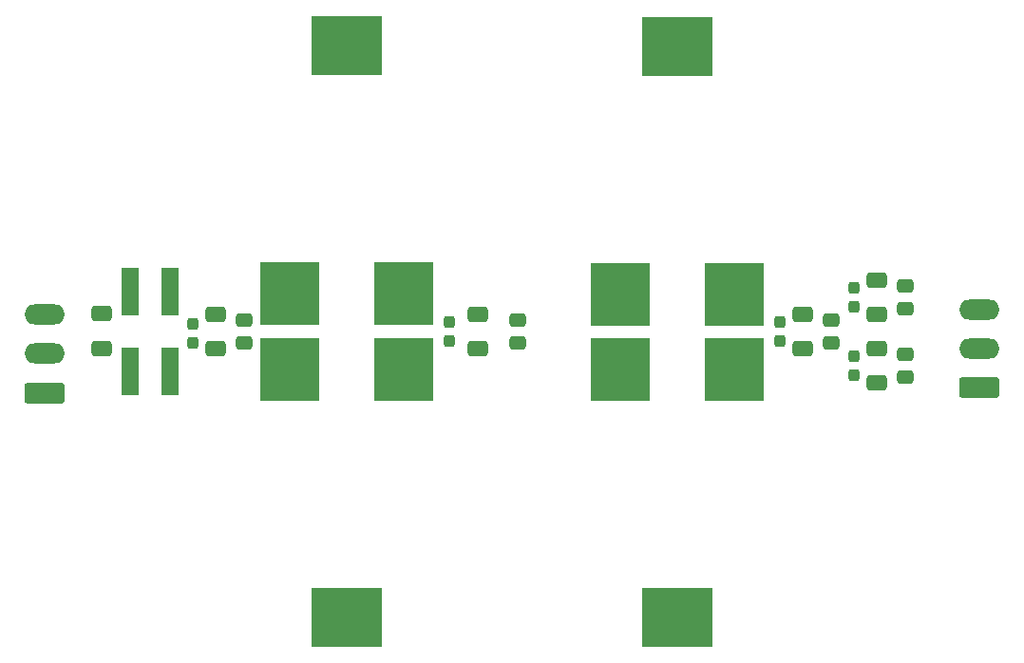
<source format=gts>
%TF.GenerationSoftware,KiCad,Pcbnew,7.0.9*%
%TF.CreationDate,2024-02-01T15:21:56-05:00*%
%TF.ProjectId,power_filter,706f7765-725f-4666-996c-7465722e6b69,rev?*%
%TF.SameCoordinates,Original*%
%TF.FileFunction,Soldermask,Top*%
%TF.FilePolarity,Negative*%
%FSLAX46Y46*%
G04 Gerber Fmt 4.6, Leading zero omitted, Abs format (unit mm)*
G04 Created by KiCad (PCBNEW 7.0.9) date 2024-02-01 15:21:56*
%MOMM*%
%LPD*%
G01*
G04 APERTURE LIST*
G04 Aperture macros list*
%AMRoundRect*
0 Rectangle with rounded corners*
0 $1 Rounding radius*
0 $2 $3 $4 $5 $6 $7 $8 $9 X,Y pos of 4 corners*
0 Add a 4 corners polygon primitive as box body*
4,1,4,$2,$3,$4,$5,$6,$7,$8,$9,$2,$3,0*
0 Add four circle primitives for the rounded corners*
1,1,$1+$1,$2,$3*
1,1,$1+$1,$4,$5*
1,1,$1+$1,$6,$7*
1,1,$1+$1,$8,$9*
0 Add four rect primitives between the rounded corners*
20,1,$1+$1,$2,$3,$4,$5,0*
20,1,$1+$1,$4,$5,$6,$7,0*
20,1,$1+$1,$6,$7,$8,$9,0*
20,1,$1+$1,$8,$9,$2,$3,0*%
G04 Aperture macros list end*
%ADD10R,6.360000X5.280000*%
%ADD11R,5.330000X5.590000*%
%ADD12RoundRect,0.250000X-0.475000X0.337500X-0.475000X-0.337500X0.475000X-0.337500X0.475000X0.337500X0*%
%ADD13R,1.500000X4.200000*%
%ADD14RoundRect,0.237500X-0.237500X0.300000X-0.237500X-0.300000X0.237500X-0.300000X0.237500X0.300000X0*%
%ADD15RoundRect,0.250000X-0.650000X0.412500X-0.650000X-0.412500X0.650000X-0.412500X0.650000X0.412500X0*%
%ADD16RoundRect,0.250000X1.550000X-0.650000X1.550000X0.650000X-1.550000X0.650000X-1.550000X-0.650000X0*%
%ADD17O,3.600000X1.800000*%
%ADD18RoundRect,0.250000X0.650000X-0.412500X0.650000X0.412500X-0.650000X0.412500X-0.650000X-0.412500X0*%
%ADD19RoundRect,0.237500X0.237500X-0.300000X0.237500X0.300000X-0.237500X0.300000X-0.237500X-0.300000X0*%
%ADD20RoundRect,0.250000X0.475000X-0.337500X0.475000X0.337500X-0.475000X0.337500X-0.475000X-0.337500X0*%
G04 APERTURE END LIST*
D10*
%TO.C,L4*%
X131572000Y-127608000D03*
D11*
X136647000Y-105533000D03*
X126497000Y-105533000D03*
%TD*%
D10*
%TO.C,L6*%
X161036000Y-127608000D03*
D11*
X166111000Y-105533000D03*
X155961000Y-105533000D03*
%TD*%
D12*
%TO.C,C16*%
X181356000Y-104118500D03*
X181356000Y-106193500D03*
%TD*%
D13*
%TO.C,L1*%
X112268000Y-98552000D03*
X115868000Y-98552000D03*
%TD*%
D12*
%TO.C,C4*%
X122428000Y-101070500D03*
X122428000Y-103145500D03*
%TD*%
D10*
%TO.C,L5*%
X161036000Y-76708000D03*
D11*
X155961000Y-98783000D03*
X166111000Y-98783000D03*
%TD*%
D14*
%TO.C,C14*%
X176784000Y-104293500D03*
X176784000Y-106018500D03*
%TD*%
D12*
%TO.C,C7*%
X146812000Y-101070500D03*
X146812000Y-103145500D03*
%TD*%
D14*
%TO.C,C8*%
X170180000Y-101245500D03*
X170180000Y-102970500D03*
%TD*%
D15*
%TO.C,C3*%
X119888000Y-100545500D03*
X119888000Y-103670500D03*
%TD*%
D16*
%TO.C,J2*%
X187960000Y-107132000D03*
D17*
X187960000Y-103632000D03*
X187960000Y-100132000D03*
%TD*%
D15*
%TO.C,C6*%
X143256000Y-100545500D03*
X143256000Y-103670500D03*
%TD*%
%TO.C,C1*%
X109728000Y-100507000D03*
X109728000Y-103632000D03*
%TD*%
D18*
%TO.C,C12*%
X178816000Y-100622500D03*
X178816000Y-97497500D03*
%TD*%
D15*
%TO.C,C15*%
X178816000Y-103593500D03*
X178816000Y-106718500D03*
%TD*%
D13*
%TO.C,L2*%
X115868000Y-105664000D03*
X112268000Y-105664000D03*
%TD*%
D16*
%TO.C,J1*%
X104648000Y-107584000D03*
D17*
X104648000Y-104084000D03*
X104648000Y-100584000D03*
%TD*%
D12*
%TO.C,C10*%
X174752000Y-101070500D03*
X174752000Y-103145500D03*
%TD*%
D15*
%TO.C,C9*%
X172212000Y-100545500D03*
X172212000Y-103670500D03*
%TD*%
D14*
%TO.C,C5*%
X140716000Y-101245500D03*
X140716000Y-102970500D03*
%TD*%
D19*
%TO.C,C11*%
X176784000Y-99922500D03*
X176784000Y-98197500D03*
%TD*%
D14*
%TO.C,C2*%
X117856000Y-101399000D03*
X117856000Y-103124000D03*
%TD*%
D20*
%TO.C,C13*%
X181356000Y-100097500D03*
X181356000Y-98022500D03*
%TD*%
D10*
%TO.C,L3*%
X131572000Y-76608000D03*
D11*
X126497000Y-98683000D03*
X136647000Y-98683000D03*
%TD*%
M02*

</source>
